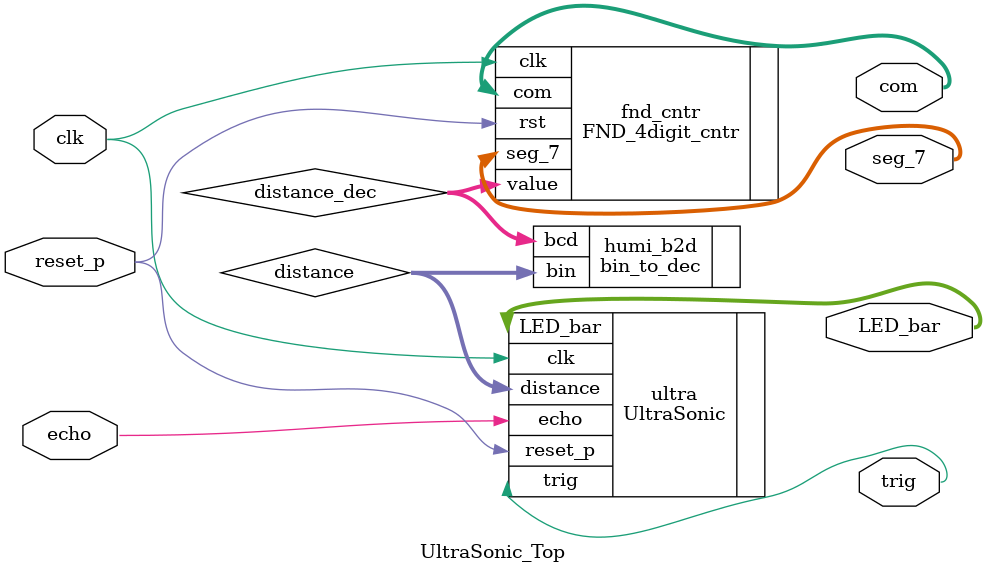
<source format=v>
`timescale 1ns / 1ps


module UltraSonic_Top(
    input clk, reset_p,
    input echo,
    output trig,
    output [3:0] com,
    output [7:0] seg_7,
    output [7:0] LED_bar
    );
    
    wire [8:0] distance;
    UltraSonic ultra(.clk(clk), .reset_p(reset_p), .echo(echo), .trig(trig), .distance(distance), .LED_bar(LED_bar));
    
    wire [15:0] distance_dec;
    bin_to_dec humi_b2d(.bin(distance), .bcd(distance_dec));
    
    FND_4digit_cntr fnd_cntr(.clk(clk), .rst(reset_p), .value(distance_dec), .com(com), .seg_7(seg_7));
endmodule

</source>
